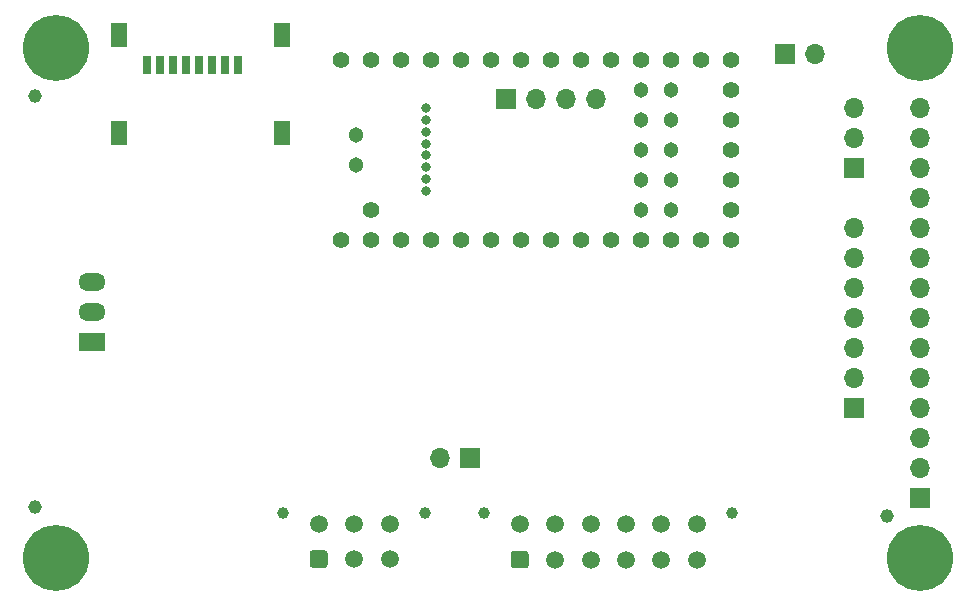
<source format=gbr>
%TF.GenerationSoftware,KiCad,Pcbnew,(5.1.9)-1*%
%TF.CreationDate,2021-02-21T10:06:19+01:00*%
%TF.ProjectId,CanDisplayFoReal,43616e44-6973-4706-9c61-79466f526561,rev?*%
%TF.SameCoordinates,Original*%
%TF.FileFunction,Soldermask,Bot*%
%TF.FilePolarity,Negative*%
%FSLAX46Y46*%
G04 Gerber Fmt 4.6, Leading zero omitted, Abs format (unit mm)*
G04 Created by KiCad (PCBNEW (5.1.9)-1) date 2021-02-21 10:06:19*
%MOMM*%
%LPD*%
G01*
G04 APERTURE LIST*
%ADD10C,1.152000*%
%ADD11C,1.500000*%
%ADD12C,1.000000*%
%ADD13R,0.800000X1.500000*%
%ADD14R,1.450000X2.000000*%
%ADD15O,1.700000X1.700000*%
%ADD16R,1.700000X1.700000*%
%ADD17C,5.600000*%
%ADD18O,2.300000X1.500000*%
%ADD19R,2.300000X1.500000*%
%ADD20C,1.404000*%
%ADD21C,1.304000*%
%ADD22C,0.804000*%
G04 APERTURE END LIST*
D10*
%TO.C,REF\u002A\u002A*%
X193802000Y-92964000D03*
%TD*%
%TO.C,REF\u002A\u002A*%
X121666000Y-92202000D03*
%TD*%
%TO.C,REF\u002A\u002A*%
X121666000Y-57404000D03*
%TD*%
D11*
%TO.C,J5*%
X151654000Y-93650000D03*
X148654000Y-93650000D03*
X145654000Y-93650000D03*
X151654000Y-96650000D03*
X148654000Y-96650000D03*
G36*
G01*
X144904000Y-97150000D02*
X144904000Y-96150000D01*
G75*
G02*
X145154000Y-95900000I250000J0D01*
G01*
X146154000Y-95900000D01*
G75*
G02*
X146404000Y-96150000I0J-250000D01*
G01*
X146404000Y-97150000D01*
G75*
G02*
X146154000Y-97400000I-250000J0D01*
G01*
X145154000Y-97400000D01*
G75*
G02*
X144904000Y-97150000I0J250000D01*
G01*
G37*
D12*
X154654000Y-92710000D03*
X142654000Y-92710000D03*
%TD*%
D11*
%TO.C,J8*%
X177672000Y-93698000D03*
X174672000Y-93698000D03*
X171672000Y-93698000D03*
X168672000Y-93698000D03*
X165672000Y-93698000D03*
X162672000Y-93698000D03*
X177672000Y-96698000D03*
X174672000Y-96698000D03*
X171672000Y-96698000D03*
X168672000Y-96698000D03*
X165672000Y-96698000D03*
G36*
G01*
X161922000Y-97198000D02*
X161922000Y-96198000D01*
G75*
G02*
X162172000Y-95948000I250000J0D01*
G01*
X163172000Y-95948000D01*
G75*
G02*
X163422000Y-96198000I0J-250000D01*
G01*
X163422000Y-97198000D01*
G75*
G02*
X163172000Y-97448000I-250000J0D01*
G01*
X162172000Y-97448000D01*
G75*
G02*
X161922000Y-97198000I0J250000D01*
G01*
G37*
D12*
X180672000Y-92758000D03*
X159672000Y-92758000D03*
%TD*%
D13*
%TO.C,J6*%
X138836000Y-54838000D03*
X137736000Y-54838000D03*
X136636000Y-54838000D03*
X135536000Y-54838000D03*
X134436000Y-54838000D03*
X133336000Y-54838000D03*
X132236000Y-54838000D03*
X131136000Y-54838000D03*
D14*
X128761000Y-60538000D03*
X142511000Y-60538000D03*
X142511000Y-52238000D03*
X128761000Y-52238000D03*
%TD*%
D15*
%TO.C,J9*%
X187706000Y-53848000D03*
D16*
X185166000Y-53848000D03*
%TD*%
D17*
%TO.C,REF\u002A\u002A*%
X123444000Y-53340000D03*
%TD*%
%TO.C,REF\u002A\u002A*%
X123444000Y-96520000D03*
%TD*%
%TO.C,REF\u002A\u002A*%
X196596000Y-53340000D03*
%TD*%
%TO.C,REF\u002A\u002A*%
X196596000Y-96520000D03*
%TD*%
D18*
%TO.C,U6*%
X126492000Y-73152000D03*
X126492000Y-75692000D03*
D19*
X126492000Y-78232000D03*
%TD*%
D15*
%TO.C,JP1*%
X155956000Y-88062000D03*
D16*
X158496000Y-88062000D03*
%TD*%
D15*
%TO.C,J4*%
X169164000Y-57658000D03*
X166624000Y-57658000D03*
X164084000Y-57658000D03*
D16*
X161544000Y-57658000D03*
%TD*%
D15*
%TO.C,J3*%
X191008000Y-58420000D03*
X191008000Y-60960000D03*
D16*
X191008000Y-63500000D03*
%TD*%
D20*
%TO.C,U4*%
X178054000Y-54356000D03*
X147574000Y-69596000D03*
X150114000Y-67056000D03*
X150114000Y-69596000D03*
X152654000Y-69596000D03*
X155194000Y-69596000D03*
X157734000Y-69596000D03*
X160274000Y-69596000D03*
X162814000Y-69596000D03*
X165354000Y-69596000D03*
X167894000Y-69596000D03*
X170434000Y-69596000D03*
X172974000Y-69596000D03*
X175514000Y-69596000D03*
X178054000Y-69596000D03*
X180594000Y-69596000D03*
X180594000Y-67056000D03*
X180594000Y-64516000D03*
X180594000Y-61976000D03*
X180594000Y-59436000D03*
X180594000Y-56896000D03*
X180594000Y-54356000D03*
X175514000Y-54356000D03*
X172974000Y-54356000D03*
X170434000Y-54356000D03*
X167894000Y-54356000D03*
X165354000Y-54356000D03*
X162814000Y-54356000D03*
X160274000Y-54356000D03*
X157734000Y-54356000D03*
X155194000Y-54356000D03*
X152654000Y-54356000D03*
D21*
X148844000Y-60706000D03*
X148844000Y-63246000D03*
D22*
X154712400Y-58476000D03*
X154712400Y-59476000D03*
X154712400Y-60476000D03*
X154712400Y-61476000D03*
X154712400Y-62476000D03*
X154712400Y-63476000D03*
X154712400Y-64476000D03*
X154712400Y-65476000D03*
D21*
X172974000Y-56896000D03*
X175514000Y-56896000D03*
X172974000Y-59436000D03*
X175514000Y-59436000D03*
X172974000Y-61976000D03*
X175514000Y-61976000D03*
X172974000Y-64516000D03*
X175514000Y-64516000D03*
X172974000Y-67056000D03*
X175514000Y-67056000D03*
D20*
X150114000Y-54356000D03*
X147574000Y-54356000D03*
%TD*%
D15*
%TO.C,J2*%
X196596000Y-58420000D03*
X196596000Y-60960000D03*
X196596000Y-63500000D03*
X196596000Y-66040000D03*
X196596000Y-68580000D03*
X196596000Y-71120000D03*
X196596000Y-73660000D03*
X196596000Y-76200000D03*
X196596000Y-78740000D03*
X196596000Y-81280000D03*
X196596000Y-83820000D03*
X196596000Y-86360000D03*
X196596000Y-88900000D03*
D16*
X196596000Y-91440000D03*
%TD*%
D15*
%TO.C,J1*%
X191008000Y-68580000D03*
X191008000Y-71120000D03*
X191008000Y-73660000D03*
X191008000Y-76200000D03*
X191008000Y-78740000D03*
X191008000Y-81280000D03*
D16*
X191008000Y-83820000D03*
%TD*%
M02*

</source>
